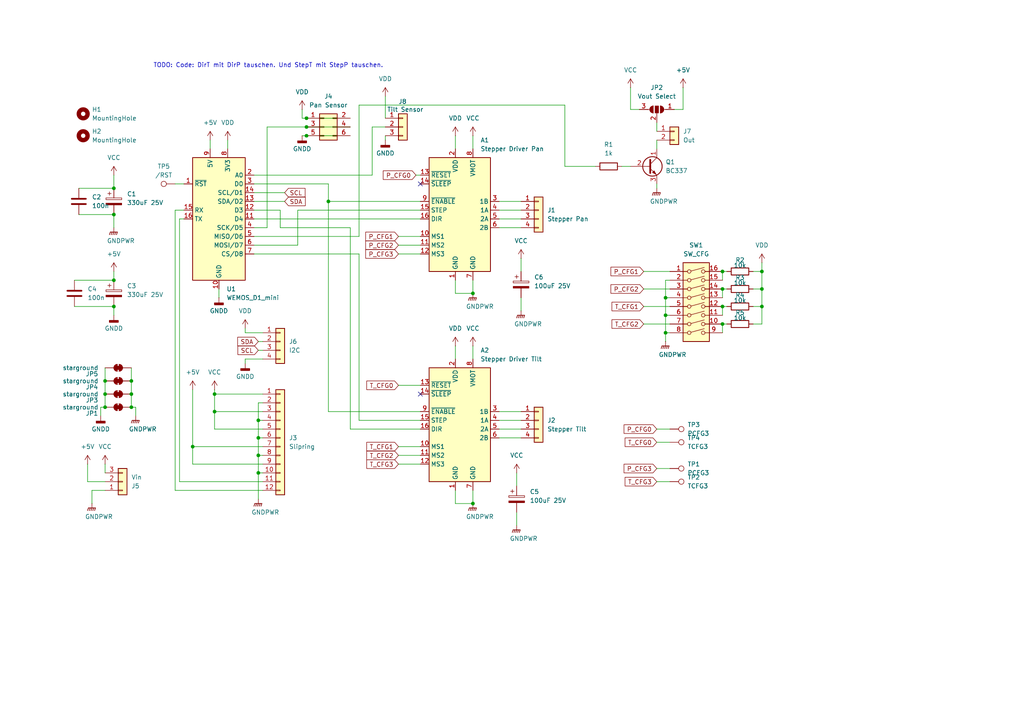
<source format=kicad_sch>
(kicad_sch (version 20231120) (generator "eeschema") (generator_version "8.0")
  (paper "A4")
  (lib_symbols
    (symbol "Connector:TestPoint" (pin_numbers hide) (pin_names (offset 0.762) hide)
      (property "Reference" "TP" (at 0 6.858 0))
      (property "Value" "TestPoint" (at 0 5.08 0))
      (symbol "TestPoint_0_1"
        (circle (center 0 3.302) (radius 0.762))
      )
      (symbol "TestPoint_1_1"
        (pin passive line (at 0 0 90) (length 2.54) (name "1") (number "1"))
      )
    )
    (symbol "Connector_Generic:Conn_01x02" (pin_names (offset 1.016) hide)
      (property "Reference" "J" (at 0 2.54 0))
      (property "Value" "Conn_01x02" (at 0 -5.08 0))
      (symbol "Conn_01x02_1_1"
        (rectangle (start -1.27 -2.413) (end 0 -2.667) (stroke (width 0.1524)))
        (rectangle (start -1.27 0.127) (end 0 -0.127) (stroke (width 0.1524)))
        (rectangle (start -1.27 1.27) (end 1.27 -3.81) (stroke (width 0.254)) (fill (type background)))
        (pin passive line (at -5.08 0 0) (length 3.81) (name "Pin_1") (number "1"))
        (pin passive line (at -5.08 -2.54 0) (length 3.81) (name "Pin_2") (number "2"))
      )
    )
    (symbol "Connector_Generic:Conn_01x03" (pin_names (offset 1.016) hide)
      (property "Reference" "J" (at 0 5.08 0))
      (property "Value" "Conn_01x03" (at 0 -5.08 0))
      (symbol "Conn_01x03_1_1"
        (rectangle (start -1.27 -2.413) (end 0 -2.667) (stroke (width 0.1524)))
        (rectangle (start -1.27 0.127) (end 0 -0.127) (stroke (width 0.1524)))
        (rectangle (start -1.27 2.667) (end 0 2.413) (stroke (width 0.1524)))
        (rectangle (start -1.27 3.81) (end 1.27 -3.81) (stroke (width 0.254)) (fill (type background)))
        (pin passive line (at -5.08 2.54 0) (length 3.81) (name "Pin_1") (number "1"))
        (pin passive line (at -5.08 0 0) (length 3.81) (name "Pin_2") (number "2"))
        (pin passive line (at -5.08 -2.54 0) (length 3.81) (name "Pin_3") (number "3"))
      )
    )
    (symbol "Connector_Generic:Conn_01x04" (pin_names (offset 1.016) hide)
      (property "Reference" "J" (at 0 5.08 0))
      (property "Value" "Conn_01x04" (at 0 -7.62 0))
      (symbol "Conn_01x04_1_1"
        (rectangle (start -1.27 -4.953) (end 0 -5.207) (stroke (width 0.1524)))
        (rectangle (start -1.27 -2.413) (end 0 -2.667) (stroke (width 0.1524)))
        (rectangle (start -1.27 0.127) (end 0 -0.127) (stroke (width 0.1524)))
        (rectangle (start -1.27 2.667) (end 0 2.413) (stroke (width 0.1524)))
        (rectangle (start -1.27 3.81) (end 1.27 -6.35) (stroke (width 0.254)) (fill (type background)))
        (pin passive line (at -5.08 2.54 0) (length 3.81) (name "Pin_1") (number "1"))
        (pin passive line (at -5.08 0 0) (length 3.81) (name "Pin_2") (number "2"))
        (pin passive line (at -5.08 -2.54 0) (length 3.81) (name "Pin_3") (number "3"))
        (pin passive line (at -5.08 -5.08 0) (length 3.81) (name "Pin_4") (number "4"))
      )
    )
    (symbol "Connector_Generic:Conn_01x12" (pin_names (offset 1.016) hide)
      (property "Reference" "J" (at 0 15.24 0))
      (property "Value" "Conn_01x12" (at 0 -17.78 0))
      (symbol "Conn_01x12_1_1"
        (rectangle (start -1.27 -15.113) (end 0 -15.367) (stroke (width 0.1524)))
        (rectangle (start -1.27 -12.573) (end 0 -12.827) (stroke (width 0.1524)))
        (rectangle (start -1.27 -10.033) (end 0 -10.287) (stroke (width 0.1524)))
        (rectangle (start -1.27 -7.493) (end 0 -7.747) (stroke (width 0.1524)))
        (rectangle (start -1.27 -4.953) (end 0 -5.207) (stroke (width 0.1524)))
        (rectangle (start -1.27 -2.413) (end 0 -2.667) (stroke (width 0.1524)))
        (rectangle (start -1.27 0.127) (end 0 -0.127) (stroke (width 0.1524)))
        (rectangle (start -1.27 2.667) (end 0 2.413) (stroke (width 0.1524)))
        (rectangle (start -1.27 5.207) (end 0 4.953) (stroke (width 0.1524)))
        (rectangle (start -1.27 7.747) (end 0 7.493) (stroke (width 0.1524)))
        (rectangle (start -1.27 10.287) (end 0 10.033) (stroke (width 0.1524)))
        (rectangle (start -1.27 12.827) (end 0 12.573) (stroke (width 0.1524)))
        (rectangle (start -1.27 13.97) (end 1.27 -16.51) (stroke (width 0.254)) (fill (type background)))
        (pin passive line (at -5.08 12.7 0) (length 3.81) (name "Pin_1") (number "1"))
        (pin passive line (at -5.08 -10.16 0) (length 3.81) (name "Pin_10") (number "10"))
        (pin passive line (at -5.08 -12.7 0) (length 3.81) (name "Pin_11") (number "11"))
        (pin passive line (at -5.08 -15.24 0) (length 3.81) (name "Pin_12") (number "12"))
        (pin passive line (at -5.08 10.16 0) (length 3.81) (name "Pin_2") (number "2"))
        (pin passive line (at -5.08 7.62 0) (length 3.81) (name "Pin_3") (number "3"))
        (pin passive line (at -5.08 5.08 0) (length 3.81) (name "Pin_4") (number "4"))
        (pin passive line (at -5.08 2.54 0) (length 3.81) (name "Pin_5") (number "5"))
        (pin passive line (at -5.08 0 0) (length 3.81) (name "Pin_6") (number "6"))
        (pin passive line (at -5.08 -2.54 0) (length 3.81) (name "Pin_7") (number "7"))
        (pin passive line (at -5.08 -5.08 0) (length 3.81) (name "Pin_8") (number "8"))
        (pin passive line (at -5.08 -7.62 0) (length 3.81) (name "Pin_9") (number "9"))
      )
    )
    (symbol "Connector_Generic:Conn_02x03_Odd_Even" (pin_names (offset 1.016) hide)
      (property "Reference" "J" (at 1.27 5.08 0))
      (property "Value" "Conn_02x03_Odd_Even" (at 1.27 -5.08 0))
      (symbol "Conn_02x03_Odd_Even_1_1"
        (rectangle (start -1.27 -2.413) (end 0 -2.667) (stroke (width 0.1524)))
        (rectangle (start -1.27 0.127) (end 0 -0.127) (stroke (width 0.1524)))
        (rectangle (start -1.27 2.667) (end 0 2.413) (stroke (width 0.1524)))
        (rectangle (start -1.27 3.81) (end 3.81 -3.81) (stroke (width 0.254)) (fill (type background)))
        (rectangle (start 3.81 -2.413) (end 2.54 -2.667) (stroke (width 0.1524)))
        (rectangle (start 3.81 0.127) (end 2.54 -0.127) (stroke (width 0.1524)))
        (rectangle (start 3.81 2.667) (end 2.54 2.413) (stroke (width 0.1524)))
        (pin passive line (at -5.08 2.54 0) (length 3.81) (name "Pin_1") (number "1"))
        (pin passive line (at 7.62 2.54 180) (length 3.81) (name "Pin_2") (number "2"))
        (pin passive line (at -5.08 0 0) (length 3.81) (name "Pin_3") (number "3"))
        (pin passive line (at 7.62 0 180) (length 3.81) (name "Pin_4") (number "4"))
        (pin passive line (at -5.08 -2.54 0) (length 3.81) (name "Pin_5") (number "5"))
        (pin passive line (at 7.62 -2.54 180) (length 3.81) (name "Pin_6") (number "6"))
      )
    )
    (symbol "Device:C" (pin_numbers hide) (pin_names (offset 0.254))
      (property "Reference" "C" (at 0.635 2.54 0))
      (property "Value" "C" (at 0.635 -2.54 0))
      (symbol "C_0_1"
        (polyline (pts (xy -2.032 -0.762) (xy 2.032 -0.762)) (stroke (width 0.508)))
        (polyline (pts (xy -2.032 0.762) (xy 2.032 0.762)) (stroke (width 0.508)))
      )
      (symbol "C_1_1"
        (pin passive line (at 0 3.81 270) (length 2.794) (name "~") (number "1"))
        (pin passive line (at 0 -3.81 90) (length 2.794) (name "~") (number "2"))
      )
    )
    (symbol "Device:C_Polarized" (pin_numbers hide) (pin_names (offset 0.254))
      (property "Reference" "C" (at 0.635 2.54 0))
      (property "Value" "C_Polarized" (at 0.635 -2.54 0))
      (symbol "C_Polarized_0_1"
        (rectangle (start -2.286 0.508) (end 2.286 1.016))
        (polyline (pts (xy -1.778 2.286) (xy -0.762 2.286)))
        (polyline (pts (xy -1.27 2.794) (xy -1.27 1.778)))
        (rectangle (start 2.286 -0.508) (end -2.286 -1.016) (fill (type outline)))
      )
      (symbol "C_Polarized_1_1"
        (pin passive line (at 0 3.81 270) (length 2.794) (name "~") (number "1"))
        (pin passive line (at 0 -3.81 90) (length 2.794) (name "~") (number "2"))
      )
    )
    (symbol "Device:R" (pin_numbers hide) (pin_names (offset 0))
      (property "Reference" "R" (at 2.032 0 90))
      (property "Value" "R" (at 0 0 90))
      (symbol "R_0_1"
        (rectangle (start -1.016 -2.54) (end 1.016 2.54) (stroke (width 0.254)))
      )
      (symbol "R_1_1"
        (pin passive line (at 0 3.81 270) (length 1.27) (name "~") (number "1"))
        (pin passive line (at 0 -3.81 90) (length 1.27) (name "~") (number "2"))
      )
    )
    (symbol "Driver_Motor:Pololu_Breakout_A4988"
      (property "Reference" "A" (at -2.54 19.05 0))
      (property "Value" "Pololu_Breakout_A4988" (at -2.54 16.51 0))
      (symbol "Pololu_Breakout_A4988_0_1"
        (rectangle (start 10.16 -17.78) (end -7.62 15.24) (stroke (width 0.254)) (fill (type background)))
      )
      (symbol "Pololu_Breakout_A4988_1_1"
        (pin power_in line (at 0 -20.32 90) (length 2.54) (name "GND") (number "1"))
        (pin input line (at -10.16 -7.62 0) (length 2.54) (name "MS1") (number "10"))
        (pin input line (at -10.16 -10.16 0) (length 2.54) (name "MS2") (number "11"))
        (pin input line (at -10.16 -12.7 0) (length 2.54) (name "MS3") (number "12"))
        (pin input line (at -10.16 10.16 0) (length 2.54) (name "~{RESET}") (number "13"))
        (pin input line (at -10.16 7.62 0) (length 2.54) (name "~{SLEEP}") (number "14"))
        (pin input line (at -10.16 0 0) (length 2.54) (name "STEP") (number "15"))
        (pin input line (at -10.16 -2.54 0) (length 2.54) (name "DIR") (number "16"))
        (pin power_in line (at 0 17.78 270) (length 2.54) (name "VDD") (number "2"))
        (pin output line (at 12.7 2.54 180) (length 2.54) (name "1B") (number "3"))
        (pin output line (at 12.7 0 180) (length 2.54) (name "1A") (number "4"))
        (pin output line (at 12.7 -2.54 180) (length 2.54) (name "2A") (number "5"))
        (pin output line (at 12.7 -5.08 180) (length 2.54) (name "2B") (number "6"))
        (pin power_in line (at 5.08 -20.32 90) (length 2.54) (name "GND") (number "7"))
        (pin power_in line (at 5.08 17.78 270) (length 2.54) (name "VMOT") (number "8"))
        (pin input line (at -10.16 2.54 0) (length 2.54) (name "~{ENABLE}") (number "9"))
      )
    )
    (symbol "Jumper:SolderJumper_2_Bridged" (pin_numbers hide) (pin_names (offset 0) hide) (exclude_from_sim yes) (in_bom no)
      (property "Reference" "JP" (at 0 2.032 0))
      (property "Value" "SolderJumper_2_Bridged" (at 0 -2.54 0))
      (symbol "SolderJumper_2_Bridged_0_1"
        (rectangle (start -0.508 0.508) (end 0.508 -0.508) (fill (type outline)))
        (arc (start -0.254 1.016) (mid -1.2656 0) (end -0.254 -1.016))
        (arc (start -0.254 1.016) (mid -1.2656 0) (end -0.254 -1.016) (fill (type outline)))
        (polyline (pts (xy -0.254 1.016) (xy -0.254 -1.016)))
        (polyline (pts (xy 0.254 1.016) (xy 0.254 -1.016)))
        (arc (start 0.254 -1.016) (mid 1.2656 0) (end 0.254 1.016))
        (arc (start 0.254 -1.016) (mid 1.2656 0) (end 0.254 1.016) (fill (type outline)))
      )
      (symbol "SolderJumper_2_Bridged_1_1"
        (pin passive line (at -3.81 0 0) (length 2.54) (name "A") (number "1"))
        (pin passive line (at 3.81 0 180) (length 2.54) (name "B") (number "2"))
      )
    )
    (symbol "Jumper:SolderJumper_3_Open" (pin_names (offset 0) hide) (exclude_from_sim yes) (in_bom no)
      (property "Reference" "JP" (at -2.54 -2.54 0))
      (property "Value" "SolderJumper_3_Open" (at 0 2.794 0))
      (symbol "SolderJumper_3_Open_0_1"
        (arc (start -1.016 1.016) (mid -2.0276 0) (end -1.016 -1.016))
        (arc (start -1.016 1.016) (mid -2.0276 0) (end -1.016 -1.016) (fill (type outline)))
        (rectangle (start -0.508 1.016) (end 0.508 -1.016) (fill (type outline)))
        (polyline (pts (xy -2.54 0) (xy -2.032 0)))
        (polyline (pts (xy -1.016 1.016) (xy -1.016 -1.016)))
        (polyline (pts (xy 0 -1.27) (xy 0 -1.016)))
        (polyline (pts (xy 1.016 1.016) (xy 1.016 -1.016)))
        (polyline (pts (xy 2.54 0) (xy 2.032 0)))
        (arc (start 1.016 -1.016) (mid 2.0276 0) (end 1.016 1.016))
        (arc (start 1.016 -1.016) (mid 2.0276 0) (end 1.016 1.016) (fill (type outline)))
      )
      (symbol "SolderJumper_3_Open_1_1"
        (pin passive line (at -5.08 0 0) (length 2.54) (name "A") (number "1"))
        (pin passive line (at 0 -3.81 90) (length 2.54) (name "C") (number "2"))
        (pin passive line (at 5.08 0 180) (length 2.54) (name "B") (number "3"))
      )
    )
    (symbol "Mechanical:MountingHole" (pin_names (offset 1.016)) (exclude_from_sim yes) (in_bom no)
      (property "Reference" "H" (at 0 5.08 0))
      (property "Value" "MountingHole" (at 0 3.175 0))
      (symbol "MountingHole_0_1"
        (circle (center 0 0) (radius 1.27) (stroke (width 1.27)))
      )
    )
    (symbol "RF_Module:WEMOS_D1_mini"
      (property "Reference" "U" (at 3.81 19.05 0))
      (property "Value" "WEMOS_D1_mini" (at 1.27 -19.05 0))
      (symbol "WEMOS_D1_mini_1_1"
        (rectangle (start -7.62 17.78) (end 7.62 -17.78) (stroke (width 0.254)) (fill (type background)))
        (pin input line (at -10.16 10.16 0) (length 2.54) (name "~{RST}") (number "1"))
        (pin power_in line (at 0 -20.32 90) (length 2.54) (name "GND") (number "10"))
        (pin bidirectional line (at 10.16 0 180) (length 2.54) (name "D4") (number "11"))
        (pin bidirectional line (at 10.16 2.54 180) (length 2.54) (name "D3") (number "12"))
        (pin bidirectional line (at 10.16 5.08 180) (length 2.54) (name "SDA/D2") (number "13"))
        (pin bidirectional line (at 10.16 7.62 180) (length 2.54) (name "SCL/D1") (number "14"))
        (pin input line (at -10.16 2.54 0) (length 2.54) (name "RX") (number "15"))
        (pin output line (at -10.16 0 0) (length 2.54) (name "TX") (number "16"))
        (pin input line (at 10.16 12.7 180) (length 2.54) (name "A0") (number "2"))
        (pin bidirectional line (at 10.16 10.16 180) (length 2.54) (name "D0") (number "3"))
        (pin bidirectional line (at 10.16 -2.54 180) (length 2.54) (name "SCK/D5") (number "4"))
        (pin bidirectional line (at 10.16 -5.08 180) (length 2.54) (name "MISO/D6") (number "5"))
        (pin bidirectional line (at 10.16 -7.62 180) (length 2.54) (name "MOSI/D7") (number "6"))
        (pin bidirectional line (at 10.16 -10.16 180) (length 2.54) (name "CS/D8") (number "7"))
        (pin power_out line (at 2.54 20.32 270) (length 2.54) (name "3V3") (number "8"))
        (pin power_in line (at -2.54 20.32 270) (length 2.54) (name "5V") (number "9"))
      )
    )
    (symbol "Switch:SW_DIP_x08" (pin_names (offset 0) hide)
      (property "Reference" "SW" (at 0 13.97 0))
      (property "Value" "SW_DIP_x08" (at 0 -11.43 0))
      (symbol "SW_DIP_x08_0_0"
        (circle (center -2.032 -7.62) (radius 0.508))
        (circle (center -2.032 -5.08) (radius 0.508))
        (circle (center -2.032 -2.54) (radius 0.508))
        (circle (center -2.032 0) (radius 0.508))
        (circle (center -2.032 2.54) (radius 0.508))
        (circle (center -2.032 5.08) (radius 0.508))
        (circle (center -2.032 7.62) (radius 0.508))
        (circle (center -2.032 10.16) (radius 0.508))
        (polyline (pts (xy -1.524 -7.4676) (xy 2.3622 -6.4262)))
        (polyline (pts (xy -1.524 -4.9276) (xy 2.3622 -3.8862)))
        (polyline (pts (xy -1.524 -2.3876) (xy 2.3622 -1.3462)))
        (polyline (pts (xy -1.524 0.127) (xy 2.3622 1.1684)))
        (polyline (pts (xy -1.524 2.667) (xy 2.3622 3.7084)))
        (polyline (pts (xy -1.524 5.207) (xy 2.3622 6.2484)))
        (polyline (pts (xy -1.524 7.747) (xy 2.3622 8.7884)))
        (polyline (pts (xy -1.524 10.287) (xy 2.3622 11.3284)))
        (circle (center 2.032 -7.62) (radius 0.508))
        (circle (center 2.032 -5.08) (radius 0.508))
        (circle (center 2.032 -2.54) (radius 0.508))
        (circle (center 2.032 0) (radius 0.508))
        (circle (center 2.032 2.54) (radius 0.508))
        (circle (center 2.032 5.08) (radius 0.508))
        (circle (center 2.032 7.62) (radius 0.508))
        (circle (center 2.032 10.16) (radius 0.508))
      )
      (symbol "SW_DIP_x08_0_1"
        (rectangle (start -3.81 12.7) (end 3.81 -10.16) (stroke (width 0.254)) (fill (type background)))
      )
      (symbol "SW_DIP_x08_1_1"
        (pin passive line (at -7.62 10.16 0) (length 5.08) (name "~") (number "1"))
        (pin passive line (at 7.62 -5.08 180) (length 5.08) (name "~") (number "10"))
        (pin passive line (at 7.62 -2.54 180) (length 5.08) (name "~") (number "11"))
        (pin passive line (at 7.62 0 180) (length 5.08) (name "~") (number "12"))
        (pin passive line (at 7.62 2.54 180) (length 5.08) (name "~") (number "13"))
        (pin passive line (at 7.62 5.08 180) (length 5.08) (name "~") (number "14"))
        (pin passive line (at 7.62 7.62 180) (length 5.08) (name "~") (number "15"))
        (pin passive line (at 7.62 10.16 180) (length 5.08) (name "~") (number "16"))
        (pin passive line (at -7.62 7.62 0) (length 5.08) (name "~") (number "2"))
        (pin passive line (at -7.62 5.08 0) (length 5.08) (name "~") (number "3"))
        (pin passive line (at -7.62 2.54 0) (length 5.08) (name "~") (number "4"))
        (pin passive line (at -7.62 0 0) (length 5.08) (name "~") (number "5"))
        (pin passive line (at -7.62 -2.54 0) (length 5.08) (name "~") (number "6"))
        (pin passive line (at -7.62 -5.08 0) (length 5.08) (name "~") (number "7"))
        (pin passive line (at -7.62 -7.62 0) (length 5.08) (name "~") (number "8"))
        (pin passive line (at 7.62 -7.62 180) (length 5.08) (name "~") (number "9"))
      )
    )
    (symbol "Transistor_BJT:BC337" (pin_names (offset 0) hide)
      (property "Reference" "Q" (at 5.08 1.905 0))
      (property "Value" "BC337" (at 5.08 0 0))
      (symbol "BC337_0_1"
        (polyline (pts (xy 0 0) (xy 0.635 0)))
        (polyline (pts (xy 0.635 0.635) (xy 2.54 2.54)))
        (polyline (pts (xy 0.635 -0.635) (xy 2.54 -2.54) (xy 2.54 -2.54)))
        (polyline (pts (xy 0.635 1.905) (xy 0.635 -1.905) (xy 0.635 -1.905)) (stroke (width 0.508)))
        (polyline (pts (xy 1.27 -1.778) (xy 1.778 -1.27) (xy 2.286 -2.286) (xy 1.27 -1.778) (xy 1.27 -1.778)) (fill (type outline)))
        (circle (center 1.27 0) (radius 2.8194) (stroke (width 0.254)))
      )
      (symbol "BC337_1_1"
        (pin passive line (at 2.54 5.08 270) (length 2.54) (name "C") (number "1"))
        (pin input line (at -5.08 0 0) (length 5.08) (name "B") (number "2"))
        (pin passive line (at 2.54 -5.08 90) (length 2.54) (name "E") (number "3"))
      )
    )
    (symbol "power:+5V" (power) (pin_numbers hide) (pin_names (offset 0) hide)
      (property "Value" "+5V" (at 0 3.556 0))
      (symbol "+5V_0_1"
        (polyline (pts (xy -0.762 1.27) (xy 0 2.54)))
        (polyline (pts (xy 0 0) (xy 0 2.54)))
        (polyline (pts (xy 0 2.54) (xy 0.762 1.27)))
      )
      (symbol "+5V_1_1"
        (pin power_in line (at 0 0 90) (length 0) (name "~") (number "1"))
      )
    )
    (symbol "power:GNDD" (power) (pin_numbers hide) (pin_names (offset 0) hide)
      (property "Value" "GNDD" (at 0 -3.175 0))
      (symbol "GNDD_0_1"
        (rectangle (start -1.27 -1.524) (end 1.27 -2.032) (stroke (width 0.254)) (fill (type outline)))
        (polyline (pts (xy 0 0) (xy 0 -1.524)))
      )
      (symbol "GNDD_1_1"
        (pin power_in line (at 0 0 270) (length 0) (name "~") (number "1"))
      )
    )
    (symbol "power:GNDPWR" (power) (pin_numbers hide) (pin_names (offset 0) hide)
      (property "Value" "GNDPWR" (at 0 -3.302 0))
      (symbol "GNDPWR_0_1"
        (polyline (pts (xy 0 -1.27) (xy 0 0)))
        (polyline (pts (xy -1.016 -1.27) (xy -1.27 -2.032) (xy -1.27 -2.032)) (stroke (width 0.2032)))
        (polyline (pts (xy -0.508 -1.27) (xy -0.762 -2.032) (xy -0.762 -2.032)) (stroke (width 0.2032)))
        (polyline (pts (xy 0 -1.27) (xy -0.254 -2.032) (xy -0.254 -2.032)) (stroke (width 0.2032)))
        (polyline (pts (xy 0.508 -1.27) (xy 0.254 -2.032) (xy 0.254 -2.032)) (stroke (width 0.2032)))
        (polyline (pts (xy 1.016 -1.27) (xy -1.016 -1.27) (xy -1.016 -1.27)) (stroke (width 0.2032)))
        (polyline (pts (xy 1.016 -1.27) (xy 0.762 -2.032) (xy 0.762 -2.032) (xy 0.762 -2.032)) (stroke (width 0.2032)))
      )
      (symbol "GNDPWR_1_1"
        (pin power_in line (at 0 0 270) (length 0) (name "~") (number "1"))
      )
    )
    (symbol "power:VCC" (power) (pin_numbers hide) (pin_names (offset 0) hide)
      (property "Value" "VCC" (at 0 3.556 0))
      (symbol "VCC_0_1"
        (polyline (pts (xy -0.762 1.27) (xy 0 2.54)))
        (polyline (pts (xy 0 0) (xy 0 2.54)))
        (polyline (pts (xy 0 2.54) (xy 0.762 1.27)))
      )
      (symbol "VCC_1_1"
        (pin power_in line (at 0 0 90) (length 0) (name "~") (number "1"))
      )
    )
    (symbol "power:VDD" (power) (pin_numbers hide) (pin_names (offset 0) hide)
      (property "Value" "VDD" (at 0 3.556 0))
      (symbol "VDD_0_1"
        (polyline (pts (xy -0.762 1.27) (xy 0 2.54)))
        (polyline (pts (xy 0 0) (xy 0 2.54)))
        (polyline (pts (xy 0 2.54) (xy 0.762 1.27)))
      )
      (symbol "VDD_1_1"
        (pin power_in line (at 0 0 90) (length 0) (name "~") (number "1"))
      )
    )
  )
  (junction (at 62.23 119.38))
  (junction (at 33.02 54.61))
  (junction (at 33.02 81.28))
  (junction (at 193.04 86.36))
  (junction (at 88.9 34.29))
  (junction (at 30.48 114.3))
  (junction (at 209.55 88.9))
  (junction (at 74.93 121.92))
  (junction (at 74.93 127))
  (junction (at 55.88 129.54))
  (junction (at 220.98 88.9))
  (junction (at 209.55 93.98))
  (junction (at 30.48 110.49))
  (junction (at 38.1 118.11))
  (junction (at 95.25 58.42))
  (junction (at 62.23 114.3))
  (junction (at 209.55 78.74))
  (junction (at 88.9 36.83))
  (junction (at 74.93 137.16))
  (junction (at 137.16 85.09))
  (junction (at 38.1 114.3))
  (junction (at 220.98 78.74))
  (junction (at 74.93 132.08))
  (junction (at 88.9 39.37))
  (junction (at 193.04 96.52))
  (junction (at 38.1 110.49))
  (junction (at 137.16 146.05))
  (junction (at 209.55 83.82))
  (junction (at 220.98 83.82))
  (junction (at 33.02 88.9))
  (junction (at 33.02 62.23))
  (junction (at 30.48 118.11))
  (junction (at 193.04 91.44))
  (no_connect (at 121.92 53.34))
  (no_connect (at 121.92 114.3))
  (wire (pts (xy 132.08 100.33) (xy 132.08 104.14)))
  (wire (pts (xy 62.23 113.03) (xy 62.23 114.3)))
  (wire (pts (xy 209.55 78.74) (xy 210.82 78.74)))
  (wire (pts (xy 115.57 111.76) (xy 121.92 111.76)))
  (wire (pts (xy 30.48 114.3) (xy 30.48 118.11)))
  (wire (pts (xy 190.5 53.34) (xy 190.5 54.61)))
  (wire (pts (xy 74.93 116.84) (xy 74.93 121.92)))
  (wire (pts (xy 73.66 71.12) (xy 86.36 71.12)))
  (wire (pts (xy 121.92 60.96) (xy 86.36 60.96)))
  (wire (pts (xy 115.57 129.54) (xy 121.92 129.54)))
  (wire (pts (xy 144.78 119.38) (xy 151.13 119.38)))
  (wire (pts (xy 144.78 60.96) (xy 151.13 60.96)))
  (wire (pts (xy 190.5 35.56) (xy 190.5 38.1)))
  (wire (pts (xy 137.16 100.33) (xy 137.16 104.14)))
  (wire (pts (xy 77.47 66.04) (xy 77.47 36.83)))
  (wire (pts (xy 186.69 93.98) (xy 194.31 93.98)))
  (wire (pts (xy 73.66 73.66) (xy 104.14 73.66)))
  (wire (pts (xy 193.04 86.36) (xy 194.31 86.36)))
  (wire (pts (xy 132.08 81.28) (xy 132.08 85.09)))
  (wire (pts (xy 218.44 88.9) (xy 220.98 88.9)))
  (wire (pts (xy 29.21 118.11) (xy 30.48 118.11)))
  (wire (pts (xy 115.57 73.66) (xy 121.92 73.66)))
  (wire (pts (xy 74.93 137.16) (xy 76.2 137.16)))
  (wire (pts (xy 30.48 110.49) (xy 30.48 114.3)))
  (wire (pts (xy 74.93 101.6) (xy 76.2 101.6)))
  (wire (pts (xy 104.14 30.48) (xy 104.14 68.58)))
  (wire (pts (xy 137.16 142.24) (xy 137.16 146.05)))
  (wire (pts (xy 22.86 62.23) (xy 33.02 62.23)))
  (wire (pts (xy 144.78 66.04) (xy 151.13 66.04)))
  (wire (pts (xy 30.48 106.68) (xy 30.48 110.49)))
  (wire (pts (xy 76.2 96.52) (xy 71.12 96.52)))
  (wire (pts (xy 73.66 53.34) (xy 95.25 53.34)))
  (wire (pts (xy 209.55 93.98) (xy 210.82 93.98)))
  (wire (pts (xy 38.1 106.68) (xy 38.1 110.49)))
  (wire (pts (xy 38.1 110.49) (xy 38.1 114.3)))
  (wire (pts (xy 190.5 40.64) (xy 190.5 43.18)))
  (wire (pts (xy 144.78 127) (xy 151.13 127)))
  (wire (pts (xy 81.28 60.96) (xy 73.66 60.96)))
  (wire (pts (xy 74.93 132.08) (xy 76.2 132.08)))
  (wire (pts (xy 209.55 88.9) (xy 210.82 88.9)))
  (wire (pts (xy 52.07 63.5) (xy 52.07 139.7)))
  (wire (pts (xy 25.4 139.7) (xy 25.4 134.62)))
  (wire (pts (xy 88.9 39.37) (xy 101.6 39.37)))
  (wire (pts (xy 186.69 78.74) (xy 194.31 78.74)))
  (wire (pts (xy 209.55 93.98) (xy 209.55 96.52)))
  (wire (pts (xy 107.95 36.83) (xy 107.95 50.8)))
  (wire (pts (xy 76.2 116.84) (xy 74.93 116.84)))
  (wire (pts (xy 195.58 31.75) (xy 198.12 31.75)))
  (wire (pts (xy 62.23 114.3) (xy 76.2 114.3)))
  (wire (pts (xy 101.6 124.46) (xy 101.6 66.04)))
  (wire (pts (xy 104.14 68.58) (xy 73.66 68.58)))
  (wire (pts (xy 132.08 146.05) (xy 137.16 146.05)))
  (wire (pts (xy 137.16 81.28) (xy 137.16 85.09)))
  (wire (pts (xy 193.04 91.44) (xy 193.04 86.36)))
  (wire (pts (xy 95.25 58.42) (xy 121.92 58.42)))
  (wire (pts (xy 30.48 134.62) (xy 30.48 137.16)))
  (wire (pts (xy 193.04 99.06) (xy 193.04 96.52)))
  (wire (pts (xy 55.88 113.03) (xy 55.88 129.54)))
  (wire (pts (xy 218.44 83.82) (xy 220.98 83.82)))
  (wire (pts (xy 87.63 34.29) (xy 88.9 34.29)))
  (wire (pts (xy 33.02 78.74) (xy 33.02 81.28)))
  (wire (pts (xy 53.34 63.5) (xy 52.07 63.5)))
  (wire (pts (xy 144.78 121.92) (xy 151.13 121.92)))
  (wire (pts (xy 163.83 30.48) (xy 104.14 30.48)))
  (wire (pts (xy 209.55 78.74) (xy 209.55 81.28)))
  (wire (pts (xy 95.25 53.34) (xy 95.25 58.42)))
  (wire (pts (xy 50.8 53.34) (xy 53.34 53.34)))
  (wire (pts (xy 71.12 96.52) (xy 71.12 95.25)))
  (wire (pts (xy 74.93 132.08) (xy 74.93 137.16)))
  (wire (pts (xy 198.12 31.75) (xy 198.12 25.4)))
  (wire (pts (xy 76.2 104.14) (xy 71.12 104.14)))
  (wire (pts (xy 190.5 124.46) (xy 194.31 124.46)))
  (wire (pts (xy 87.63 31.75) (xy 87.63 34.29)))
  (wire (pts (xy 132.08 142.24) (xy 132.08 146.05)))
  (wire (pts (xy 115.57 71.12) (xy 121.92 71.12)))
  (wire (pts (xy 30.48 139.7) (xy 25.4 139.7)))
  (wire (pts (xy 39.37 118.11) (xy 39.37 120.65)))
  (wire (pts (xy 74.93 99.06) (xy 76.2 99.06)))
  (wire (pts (xy 111.76 39.37) (xy 111.76 40.64)))
  (wire (pts (xy 151.13 74.93) (xy 151.13 78.74)))
  (wire (pts (xy 55.88 129.54) (xy 76.2 129.54)))
  (wire (pts (xy 33.02 88.9) (xy 33.02 91.44)))
  (wire (pts (xy 86.36 71.12) (xy 86.36 60.96)))
  (wire (pts (xy 33.02 62.23) (xy 33.02 66.04)))
  (wire (pts (xy 132.08 39.37) (xy 132.08 43.18)))
  (wire (pts (xy 38.1 114.3) (xy 38.1 118.11)))
  (wire (pts (xy 193.04 91.44) (xy 194.31 91.44)))
  (wire (pts (xy 76.2 124.46) (xy 62.23 124.46)))
  (wire (pts (xy 193.04 96.52) (xy 193.04 91.44)))
  (wire (pts (xy 121.92 124.46) (xy 101.6 124.46)))
  (wire (pts (xy 71.12 104.14) (xy 71.12 105.41)))
  (wire (pts (xy 55.88 134.62) (xy 76.2 134.62)))
  (wire (pts (xy 22.86 54.61) (xy 33.02 54.61)))
  (wire (pts (xy 172.72 48.26) (xy 163.83 48.26)))
  (wire (pts (xy 38.1 118.11) (xy 39.37 118.11)))
  (wire (pts (xy 137.16 39.37) (xy 137.16 43.18)))
  (wire (pts (xy 104.14 73.66) (xy 104.14 121.92)))
  (wire (pts (xy 29.21 120.65) (xy 29.21 118.11)))
  (wire (pts (xy 104.14 121.92) (xy 121.92 121.92)))
  (wire (pts (xy 87.63 39.37) (xy 88.9 39.37)))
  (wire (pts (xy 95.25 119.38) (xy 95.25 58.42)))
  (wire (pts (xy 220.98 76.2) (xy 220.98 78.74)))
  (wire (pts (xy 73.66 58.42) (xy 82.55 58.42)))
  (wire (pts (xy 151.13 86.36) (xy 151.13 90.17)))
  (wire (pts (xy 111.76 36.83) (xy 107.95 36.83)))
  (wire (pts (xy 209.55 83.82) (xy 210.82 83.82)))
  (wire (pts (xy 50.8 60.96) (xy 53.34 60.96)))
  (wire (pts (xy 209.55 88.9) (xy 209.55 91.44)))
  (wire (pts (xy 149.86 148.59) (xy 149.86 152.4)))
  (wire (pts (xy 220.98 78.74) (xy 220.98 83.82)))
  (wire (pts (xy 115.57 134.62) (xy 121.92 134.62)))
  (wire (pts (xy 186.69 83.82) (xy 194.31 83.82)))
  (wire (pts (xy 190.5 128.27) (xy 194.31 128.27)))
  (wire (pts (xy 163.83 48.26) (xy 163.83 30.48)))
  (wire (pts (xy 66.04 40.64) (xy 66.04 43.18)))
  (wire (pts (xy 30.48 142.24) (xy 26.67 142.24)))
  (wire (pts (xy 74.93 121.92) (xy 76.2 121.92)))
  (wire (pts (xy 88.9 36.83) (xy 101.6 36.83)))
  (wire (pts (xy 144.78 63.5) (xy 151.13 63.5)))
  (wire (pts (xy 81.28 66.04) (xy 81.28 60.96)))
  (wire (pts (xy 193.04 81.28) (xy 194.31 81.28)))
  (wire (pts (xy 95.25 119.38) (xy 121.92 119.38)))
  (wire (pts (xy 55.88 129.54) (xy 55.88 134.62)))
  (wire (pts (xy 52.07 139.7) (xy 76.2 139.7)))
  (wire (pts (xy 62.23 124.46) (xy 62.23 119.38)))
  (wire (pts (xy 120.65 50.8) (xy 121.92 50.8)))
  (wire (pts (xy 209.55 83.82) (xy 209.55 86.36)))
  (wire (pts (xy 63.5 83.82) (xy 63.5 86.36)))
  (wire (pts (xy 180.34 48.26) (xy 182.88 48.26)))
  (wire (pts (xy 182.88 31.75) (xy 185.42 31.75)))
  (wire (pts (xy 220.98 88.9) (xy 220.98 93.98)))
  (wire (pts (xy 74.93 137.16) (xy 74.93 144.78)))
  (wire (pts (xy 50.8 142.24) (xy 50.8 60.96)))
  (wire (pts (xy 73.66 55.88) (xy 82.55 55.88)))
  (wire (pts (xy 21.59 88.9) (xy 33.02 88.9)))
  (wire (pts (xy 74.93 127) (xy 74.93 132.08)))
  (wire (pts (xy 186.69 88.9) (xy 194.31 88.9)))
  (wire (pts (xy 62.23 119.38) (xy 62.23 114.3)))
  (wire (pts (xy 193.04 96.52) (xy 194.31 96.52)))
  (wire (pts (xy 33.02 50.8) (xy 33.02 54.61)))
  (wire (pts (xy 220.98 83.82) (xy 220.98 88.9)))
  (wire (pts (xy 77.47 36.83) (xy 88.9 36.83)))
  (wire (pts (xy 190.5 135.89) (xy 194.31 135.89)))
  (wire (pts (xy 115.57 68.58) (xy 121.92 68.58)))
  (wire (pts (xy 220.98 93.98) (xy 218.44 93.98)))
  (wire (pts (xy 149.86 137.16) (xy 149.86 140.97)))
  (wire (pts (xy 74.93 127) (xy 76.2 127)))
  (wire (pts (xy 73.66 50.8) (xy 107.95 50.8)))
  (wire (pts (xy 144.78 58.42) (xy 151.13 58.42)))
  (wire (pts (xy 88.9 34.29) (xy 101.6 34.29)))
  (wire (pts (xy 60.96 40.64) (xy 60.96 43.18)))
  (wire (pts (xy 62.23 119.38) (xy 76.2 119.38)))
  (wire (pts (xy 111.76 27.94) (xy 111.76 34.29)))
  (wire (pts (xy 76.2 142.24) (xy 50.8 142.24)))
  (wire (pts (xy 74.93 121.92) (xy 74.93 127)))
  (wire (pts (xy 190.5 139.7) (xy 194.31 139.7)))
  (wire (pts (xy 193.04 86.36) (xy 193.04 81.28)))
  (wire (pts (xy 73.66 63.5) (xy 121.92 63.5)))
  (wire (pts (xy 132.08 85.09) (xy 137.16 85.09)))
  (wire (pts (xy 21.59 81.28) (xy 33.02 81.28)))
  (wire (pts (xy 115.57 132.08) (xy 121.92 132.08)))
  (wire (pts (xy 26.67 142.24) (xy 26.67 146.05)))
  (wire (pts (xy 182.88 25.4) (xy 182.88 31.75)))
  (wire (pts (xy 144.78 124.46) (xy 151.13 124.46)))
  (wire (pts (xy 73.66 66.04) (xy 77.47 66.04)))
  (wire (pts (xy 218.44 78.74) (xy 220.98 78.74)))
  (wire (pts (xy 101.6 66.04) (xy 81.28 66.04)))
  (text "TODO: Code: DirT mit DirP tauschen. Und StepT mit StepP tauschen." (at 44.45 19.05 0) (effects (font (size 1.27 1.27)) (justify left)))
  (global_label "P_CFG3" (shape input) (at 190.5 135.89 180) (property "Intersheetrefs" "${INTERSHEET_REFS}" (effects (hide yes))))
  (global_label "P_CFG1" (shape input) (at 115.57 68.58 180) (property "Intersheetrefs" "${INTERSHEET_REFS}" (effects (hide yes))))
  (global_label "P_CFG3" (shape input) (at 115.57 73.66 180) (property "Intersheetrefs" "${INTERSHEET_REFS}" (effects (hide yes))))
  (global_label "T_CFG2" (shape input) (at 186.69 93.98 180) (property "Intersheetrefs" "${INTERSHEET_REFS}" (effects (hide yes))))
  (global_label "SCL" (shape input) (at 74.93 101.6 180) (property "Intersheetrefs" "${INTERSHEET_REFS}" (effects (hide yes))))
  (global_label "T_CFG2" (shape input) (at 115.57 132.08 180) (property "Intersheetrefs" "${INTERSHEET_REFS}" (effects (hide yes))))
  (global_label "P_CFG0" (shape input) (at 190.5 124.46 180) (property "Intersheetrefs" "${INTERSHEET_REFS}" (effects (hide yes))))
  (global_label "T_CFG0" (shape input) (at 115.57 111.76 180) (property "Intersheetrefs" "${INTERSHEET_REFS}" (effects (hide yes))))
  (global_label "T_CFG1" (shape input) (at 186.69 88.9 180) (property "Intersheetrefs" "${INTERSHEET_REFS}" (effects (hide yes))))
  (global_label "T_CFG0" (shape input) (at 190.5 128.27 180) (property "Intersheetrefs" "${INTERSHEET_REFS}" (effects (hide yes))))
  (global_label "SCL" (shape input) (at 82.55 55.88 0) (property "Intersheetrefs" "${INTERSHEET_REFS}" (effects (hide yes))))
  (global_label "P_CFG1" (shape input) (at 186.69 78.74 180) (property "Intersheetrefs" "${INTERSHEET_REFS}" (effects (hide yes))))
  (global_label "T_CFG3" (shape input) (at 115.57 134.62 180) (property "Intersheetrefs" "${INTERSHEET_REFS}" (effects (hide yes))))
  (global_label "T_CFG1" (shape input) (at 115.57 129.54 180) (property "Intersheetrefs" "${INTERSHEET_REFS}" (effects (hide yes))))
  (global_label "T_CFG3" (shape input) (at 190.5 139.7 180) (property "Intersheetrefs" "${INTERSHEET_REFS}" (effects (hide yes))))
  (global_label "P_CFG2" (shape input) (at 115.57 71.12 180) (property "Intersheetrefs" "${INTERSHEET_REFS}" (effects (hide yes))))
  (global_label "P_CFG0" (shape input) (at 120.65 50.8 180) (property "Intersheetrefs" "${INTERSHEET_REFS}" (effects (hide yes))))
  (global_label "SDA" (shape input) (at 82.55 58.42 0) (property "Intersheetrefs" "${INTERSHEET_REFS}" (effects (hide yes))))
  (global_label "SDA" (shape input) (at 74.93 99.06 180) (property "Intersheetrefs" "${INTERSHEET_REFS}" (effects (hide yes))))
  (global_label "P_CFG2" (shape input) (at 186.69 83.82 180) (property "Intersheetrefs" "${INTERSHEET_REFS}" (effects (hide yes))))
  (symbol (lib_id "Device:R") (at 214.63 88.9 90) (unit 1)
    (property "Reference" "R4" (at 214.63 85.598 90))
    (property "Value" "10k" (at 214.63 87.122 90))
    (property "Footprint" "Resistor_SMD:R_0805_2012Metric_Pad1.20x1.40mm_HandSolder" (effects (hide yes)))
    (property "Description" "Resistor" (effects (hide yes)))
  )
  (symbol (lib_id "Jumper:SolderJumper_2_Bridged") (at 34.29 106.68 0) (unit 1) (exclude_from_sim yes) (in_bom no)
    (property "Reference" "JP5" (at 26.67 108.458 0))
    (property "Value" "starground" (at 23.368 106.68 0))
    (property "Footprint" "Jumper:SolderJumper-2_P1.3mm_Bridged_Pad1.0x1.5mm" (effects (hide yes)))
    (property "Description" "Solder Jumper, 2-pole, closed/bridged" (effects (hide yes)))
  )
  (symbol (lib_id "power:VDD") (at 132.08 39.37 0) (unit 1)
    (property "Reference" "#PWR06" (effects (hide yes)))
    (property "Value" "VDD" (at 132.08 34.29 0))
    (property "Description" "Power symbol creates a global label with name \"VDD\"" (effects (hide yes)))
  )
  (symbol (lib_id "power:VCC") (at 151.13 74.93 0) (unit 1)
    (property "Reference" "#PWR035" (effects (hide yes)))
    (property "Value" "VCC" (at 151.13 69.85 0))
    (property "Description" "Power symbol creates a global label with name \"VCC\"" (effects (hide yes)))
  )
  (symbol (lib_id "power:GNDPWR") (at 193.04 99.06 0) (unit 1)
    (property "Reference" "#PWR027" (effects (hide yes)))
    (property "Value" "GNDPWR" (at 195.072 102.87 0))
    (property "Description" "Power symbol creates a global label with name \"GNDPWR\" , global ground" (effects (hide yes)))
  )
  (symbol (lib_id "power:GNDPWR") (at 137.16 146.05 0) (unit 1)
    (property "Reference" "#PWR010" (effects (hide yes)))
    (property "Value" "GNDPWR" (at 139.192 149.86 0))
    (property "Description" "Power symbol creates a global label with name \"GNDPWR\" , global ground" (effects (hide yes)))
  )
  (symbol (lib_id "power:GNDD") (at 111.76 40.64 0) (unit 1)
    (property "Reference" "#PWR025" (effects (hide yes)))
    (property "Value" "GNDD" (at 111.76 44.45 0))
    (property "Description" "Power symbol creates a global label with name \"GNDD\" , digital ground" (effects (hide yes)))
  )
  (symbol (lib_id "power:VDD") (at 66.04 40.64 0) (unit 1)
    (property "Reference" "#PWR05" (effects (hide yes)))
    (property "Value" "VDD" (at 66.04 35.56 0))
    (property "Description" "Power symbol creates a global label with name \"VDD\"" (effects (hide yes)))
  )
  (symbol (lib_id "power:VCC") (at 149.86 137.16 0) (unit 1)
    (property "Reference" "#PWR033" (effects (hide yes)))
    (property "Value" "VCC" (at 149.86 132.08 0))
    (property "Description" "Power symbol creates a global label with name \"VCC\"" (effects (hide yes)))
  )
  (symbol (lib_id "Connector_Generic:Conn_01x04") (at 156.21 121.92 0) (unit 1)
    (property "Reference" "J2" (at 158.75 121.9199 0) (effects (justify left)))
    (property "Value" "Stepper Tilt" (at 158.75 124.4599 0) (effects (justify left)))
    (property "Footprint" "Connector_Molex:Molex_PicoBlade_53261-0471_1x04-1MP_P1.25mm_Horizontal" (effects (hide yes)))
    (property "Description" "Generic connector, single row, 01x04, script generated (kicad-library-utils/schlib/autogen/connector/)" (effects (hide yes)))
  )
  (symbol (lib_id "Device:C_Polarized") (at 33.02 58.42 0) (unit 1)
    (property "Reference" "C1" (at 36.83 56.2609 0) (effects (justify left)))
    (property "Value" "330uF 25V" (at 36.83 58.8009 0) (effects (justify left)))
    (property "Footprint" "Capacitor_SMD:CP_Elec_6.3x7.7" (effects (hide yes)))
    (property "Description" "Polarized capacitor" (effects (hide yes)))
  )
  (symbol (lib_id "power:+5V") (at 198.12 25.4 0) (unit 1)
    (property "Reference" "#PWR023" (effects (hide yes)))
    (property "Value" "+5V" (at 198.12 20.32 0))
    (property "Description" "Power symbol creates a global label with name \"+5V\"" (effects (hide yes)))
  )
  (symbol (lib_id "power:GNDD") (at 71.12 105.41 0) (unit 1)
    (property "Reference" "#PWR020" (effects (hide yes)))
    (property "Value" "GNDD" (at 71.12 109.22 0))
    (property "Description" "Power symbol creates a global label with name \"GNDD\" , digital ground" (effects (hide yes)))
  )
  (symbol (lib_id "power:GNDPWR") (at 33.02 66.04 0) (unit 1)
    (property "Reference" "#PWR029" (effects (hide yes)))
    (property "Value" "GNDPWR" (at 35.052 69.85 0))
    (property "Description" "Power symbol creates a global label with name \"GNDPWR\" , global ground" (effects (hide yes)))
  )
  (symbol (lib_id "Connector:TestPoint") (at 194.31 128.27 270) (unit 1)
    (property "Reference" "TP4" (at 199.39 126.9999 90) (effects (justify left)))
    (property "Value" "TCFG3" (at 199.39 129.5399 90) (effects (justify left)))
    (property "Footprint" "TestPoint:TestPoint_Pad_D1.0mm" (effects (hide yes)))
    (property "Description" "test point" (effects (hide yes)))
  )
  (symbol (lib_id "power:VDD") (at 111.76 27.94 0) (unit 1)
    (property "Reference" "#PWR026" (effects (hide yes)))
    (property "Value" "VDD" (at 111.76 22.86 0))
    (property "Description" "Power symbol creates a global label with name \"VDD\"" (effects (hide yes)))
  )
  (symbol (lib_id "power:GNDD") (at 33.02 91.44 0) (unit 1)
    (property "Reference" "#PWR032" (effects (hide yes)))
    (property "Value" "GNDD" (at 33.02 95.25 0))
    (property "Description" "Power symbol creates a global label with name \"GNDD\" , digital ground" (effects (hide yes)))
  )
  (symbol (lib_id "Mechanical:MountingHole") (at 24.13 33.02 0) (unit 1) (exclude_from_sim yes) (in_bom no)
    (property "Reference" "H1" (at 26.67 31.7499 0) (effects (justify left)))
    (property "Value" "MountingHole" (at 26.67 34.2899 0) (effects (justify left)))
    (property "Footprint" "MountingHole:MountingHole_3.2mm_M3" (effects (hide yes)))
    (property "Description" "Mounting Hole without connection" (effects (hide yes)))
  )
  (symbol (lib_id "Jumper:SolderJumper_3_Open") (at 190.5 31.75 0) (mirror y) (unit 1) (exclude_from_sim yes) (in_bom no)
    (property "Reference" "JP2" (at 190.5 25.4 0))
    (property "Value" "Vout Select" (at 190.5 27.94 0))
    (property "Footprint" "Connector_PinHeader_2.54mm:PinHeader_1x03_P2.54mm_Horizontal" (effects (hide yes)))
    (property "Description" "Solder Jumper, 3-pole, open" (effects (hide yes)))
  )
  (symbol (lib_id "Device:R") (at 214.63 83.82 90) (unit 1)
    (property "Reference" "R3" (at 214.63 80.518 90))
    (property "Value" "10k" (at 214.63 82.042 90))
    (property "Footprint" "Resistor_SMD:R_0805_2012Metric_Pad1.20x1.40mm_HandSolder" (effects (hide yes)))
    (property "Description" "Resistor" (effects (hide yes)))
  )
  (symbol (lib_id "Device:R") (at 176.53 48.26 90) (unit 1)
    (property "Reference" "R1" (at 176.53 41.91 90))
    (property "Value" "1k" (at 176.53 44.45 90))
    (property "Footprint" "Resistor_SMD:R_0805_2012Metric_Pad1.20x1.40mm_HandSolder" (effects (hide yes)))
    (property "Description" "Resistor" (effects (hide yes)))
  )
  (symbol (lib_id "Transistor_BJT:BC337") (at 187.96 48.26 0) (unit 1)
    (property "Reference" "Q1" (at 193.04 46.9899 0) (effects (justify left)))
    (property "Value" "BC337" (at 193.04 49.5299 0) (effects (justify left)))
    (property "Footprint" "Package_TO_SOT_THT:TO-92_Inline" (effects (hide yes)))
    (property "Datasheet" "https://diotec.com/tl_files/diotec/files/pdf/datasheets/bc337.pdf" (effects (hide yes)))
    (property "Description" "0.8A Ic, 45V Vce, NPN Transistor, TO-92" (effects (hide yes)))
  )
  (symbol (lib_id "Connector_Generic:Conn_01x04") (at 81.28 99.06 0) (unit 1)
    (property "Reference" "J6" (at 83.82 99.0599 0) (effects (justify left)))
    (property "Value" "I2C" (at 83.82 101.5999 0) (effects (justify left)))
    (property "Footprint" "Connector_JST:JST_XH_S4B-XH-A-1_1x04_P2.50mm_Horizontal" (effects (hide yes)))
    (property "Description" "Generic connector, single row, 01x04, script generated (kicad-library-utils/schlib/autogen/connector/)" (effects (hide yes)))
  )
  (symbol (lib_id "power:GNDD") (at 87.63 39.37 0) (unit 1)
    (property "Reference" "#PWR011" (effects (hide yes)))
    (property "Value" "GNDD" (at 87.63 43.18 0))
    (property "Description" "Power symbol creates a global label with name \"GNDD\" , digital ground" (effects (hide yes)))
  )
  (symbol (lib_id "Connector_Generic:Conn_01x12") (at 81.28 127 0) (unit 1)
    (property "Reference" "J3" (at 83.82 126.9999 0) (effects (justify left)))
    (property "Value" "Slipring" (at 83.82 129.5399 0) (effects (justify left)))
    (property "Footprint" "Connector_Molex:Molex_PicoBlade_53261-1271_1x12-1MP_P1.25mm_Horizontal" (effects (hide yes)))
    (property "Description" "Generic connector, single row, 01x12, script generated (kicad-library-utils/schlib/autogen/connector/)" (effects (hide yes)))
  )
  (symbol (lib_id "Driver_Motor:Pololu_Breakout_A4988") (at 132.08 121.92 0) (unit 1)
    (property "Reference" "A2" (at 139.3541 101.6 0) (effects (justify left)))
    (property "Value" "Stepper Driver Tilt" (at 139.3541 104.14 0) (effects (justify left)))
    (property "Footprint" "Module:Pololu_Breakout-16_15.2x20.3mm" (effects (hide yes)))
    (property "Datasheet" "https://www.pololu.com/product/2980/pictures" (effects (hide yes)))
    (property "Description" "Pololu Breakout Board, Stepper Driver A4988" (effects (hide yes)))
  )
  (symbol (lib_id "Connector_Generic:Conn_01x03") (at 116.84 36.83 0) (unit 1)
    (property "Reference" "J8" (at 115.57 29.464 0) (effects (justify left)))
    (property "Value" "Tilt Sensor" (at 112.268 31.75 0) (effects (justify left)))
    (property "Footprint" "Connector_JST:JST_XH_S3B-XH-A-1_1x03_P2.50mm_Horizontal" (effects (hide yes)))
    (property "Description" "Generic connector, single row, 01x03, script generated (kicad-library-utils/schlib/autogen/connector/)" (effects (hide yes)))
  )
  (symbol (lib_id "Device:C_Polarized") (at 149.86 144.78 0) (unit 1)
    (property "Reference" "C5" (at 153.67 142.6209 0) (effects (justify left)))
    (property "Value" "100uF 25V" (at 153.67 145.1609 0) (effects (justify left)))
    (property "Footprint" "Capacitor_SMD:CP_Elec_6.3x7.7" (effects (hide yes)))
    (property "Description" "Polarized capacitor" (effects (hide yes)))
  )
  (symbol (lib_id "Connector:TestPoint") (at 50.8 53.34 90) (unit 1)
    (property "Reference" "TP5" (at 47.498 48.26 90))
    (property "Value" "/RST" (at 47.498 50.8 90))
    (property "Footprint" "TestPoint:TestPoint_Pad_D1.0mm" (effects (hide yes)))
    (property "Description" "test point" (effects (hide yes)))
  )
  (symbol (lib_id "Device:R") (at 214.63 93.98 90) (unit 1)
    (property "Reference" "R5" (at 214.63 90.678 90))
    (property "Value" "10k" (at 214.63 92.202 90))
    (property "Footprint" "Resistor_SMD:R_0805_2012Metric_Pad1.20x1.40mm_HandSolder" (effects (hide yes)))
    (property "Description" "Resistor" (effects (hide yes)))
  )
  (symbol (lib_id "power:+5V") (at 55.88 113.03 0) (unit 1)
    (property "Reference" "#PWR012" (effects (hide yes)))
    (property "Value" "+5V" (at 55.88 107.95 0))
    (property "Description" "Power symbol creates a global label with name \"+5V\"" (effects (hide yes)))
  )
  (symbol (lib_id "power:+5V") (at 60.96 40.64 0) (unit 1)
    (property "Reference" "#PWR04" (effects (hide yes)))
    (property "Value" "+5V" (at 60.96 35.56 0))
    (property "Description" "Power symbol creates a global label with name \"+5V\"" (effects (hide yes)))
  )
  (symbol (lib_id "power:GNDPWR") (at 149.86 152.4 0) (unit 1)
    (property "Reference" "#PWR034" (effects (hide yes)))
    (property "Value" "GNDPWR" (at 151.892 156.21 0))
    (property "Description" "Power symbol creates a global label with name \"GNDPWR\" , global ground" (effects (hide yes)))
  )
  (symbol (lib_id "power:GNDPWR") (at 190.5 54.61 0) (unit 1)
    (property "Reference" "#PWR022" (effects (hide yes)))
    (property "Value" "GNDPWR" (at 192.532 58.42 0))
    (property "Description" "Power symbol creates a global label with name \"GNDPWR\" , global ground" (effects (hide yes)))
  )
  (symbol (lib_id "power:VCC") (at 137.16 39.37 0) (unit 1)
    (property "Reference" "#PWR07" (effects (hide yes)))
    (property "Value" "VCC" (at 137.16 34.29 0))
    (property "Description" "Power symbol creates a global label with name \"VCC\"" (effects (hide yes)))
  )
  (symbol (lib_id "Connector:TestPoint") (at 194.31 139.7 270) (unit 1)
    (property "Reference" "TP2" (at 199.39 138.4299 90) (effects (justify left)))
    (property "Value" "TCFG3" (at 199.39 140.9699 90) (effects (justify left)))
    (property "Footprint" "TestPoint:TestPoint_Pad_D1.0mm" (effects (hide yes)))
    (property "Description" "test point" (effects (hide yes)))
  )
  (symbol (lib_id "Device:C") (at 21.59 85.09 0) (unit 1)
    (property "Reference" "C4" (at 25.4 83.8199 0) (effects (justify left)))
    (property "Value" "100n" (at 25.4 86.3599 0) (effects (justify left)))
    (property "Footprint" "Capacitor_SMD:C_0805_2012Metric_Pad1.18x1.45mm_HandSolder" (effects (hide yes)))
    (property "Description" "Unpolarized capacitor" (effects (hide yes)))
  )
  (symbol (lib_id "Device:R") (at 214.63 78.74 90) (unit 1)
    (property "Reference" "R2" (at 214.63 75.438 90))
    (property "Value" "10k" (at 214.63 76.962 90))
    (property "Footprint" "Resistor_SMD:R_0805_2012Metric_Pad1.20x1.40mm_HandSolder" (effects (hide yes)))
    (property "Description" "Resistor" (effects (hide yes)))
  )
  (symbol (lib_id "power:VCC") (at 62.23 113.03 0) (unit 1)
    (property "Reference" "#PWR08" (effects (hide yes)))
    (property "Value" "VCC" (at 62.23 107.95 0))
    (property "Description" "Power symbol creates a global label with name \"VCC\"" (effects (hide yes)))
  )
  (symbol (lib_id "Jumper:SolderJumper_2_Bridged") (at 34.29 110.49 0) (unit 1) (exclude_from_sim yes) (in_bom no)
    (property "Reference" "JP4" (at 26.67 112.268 0))
    (property "Value" "starground" (at 23.368 110.49 0))
    (property "Footprint" "Jumper:SolderJumper-2_P1.3mm_Bridged_Pad1.0x1.5mm" (effects (hide yes)))
    (property "Description" "Solder Jumper, 2-pole, closed/bridged" (effects (hide yes)))
  )
  (symbol (lib_id "power:VDD") (at 71.12 95.25 0) (unit 1)
    (property "Reference" "#PWR021" (effects (hide yes)))
    (property "Value" "VDD" (at 71.12 90.17 0))
    (property "Description" "Power symbol creates a global label with name \"VDD\"" (effects (hide yes)))
  )
  (symbol (lib_id "Connector_Generic:Conn_01x04") (at 156.21 60.96 0) (unit 1)
    (property "Reference" "J1" (at 158.75 60.9599 0) (effects (justify left)))
    (property "Value" "Stepper Pan" (at 158.75 63.4999 0) (effects (justify left)))
    (property "Footprint" "Connector_Molex:Molex_PicoBlade_53261-0471_1x04-1MP_P1.25mm_Horizontal" (effects (hide yes)))
    (property "Description" "Generic connector, single row, 01x04, script generated (kicad-library-utils/schlib/autogen/connector/)" (effects (hide yes)))
  )
  (symbol (lib_id "power:VDD") (at 87.63 31.75 0) (unit 1)
    (property "Reference" "#PWR019" (effects (hide yes)))
    (property "Value" "VDD" (at 87.63 26.67 0))
    (property "Description" "Power symbol creates a global label with name \"VDD\"" (effects (hide yes)))
  )
  (symbol (lib_id "power:+5V") (at 25.4 134.62 0) (unit 1)
    (property "Reference" "#PWR016" (effects (hide yes)))
    (property "Value" "+5V" (at 25.4 129.54 0))
    (property "Description" "Power symbol creates a global label with name \"+5V\"" (effects (hide yes)))
  )
  (symbol (lib_id "power:GNDPWR") (at 26.67 146.05 0) (unit 1)
    (property "Reference" "#PWR018" (effects (hide yes)))
    (property "Value" "GNDPWR" (at 28.702 149.86 0))
    (property "Description" "Power symbol creates a global label with name \"GNDPWR\" , global ground" (effects (hide yes)))
  )
  (symbol (lib_id "power:VCC") (at 33.02 50.8 0) (unit 1)
    (property "Reference" "#PWR030" (effects (hide yes)))
    (property "Value" "VCC" (at 33.02 45.72 0))
    (property "Description" "Power symbol creates a global label with name \"VCC\"" (effects (hide yes)))
  )
  (symbol (lib_id "power:VDD") (at 220.98 76.2 0) (unit 1)
    (property "Reference" "#PWR028" (effects (hide yes)))
    (property "Value" "VDD" (at 220.98 71.12 0))
    (property "Description" "Power symbol creates a global label with name \"VDD\"" (effects (hide yes)))
  )
  (symbol (lib_id "Device:C_Polarized") (at 151.13 82.55 0) (unit 1)
    (property "Reference" "C6" (at 154.94 80.3909 0) (effects (justify left)))
    (property "Value" "100uF 25V" (at 154.94 82.9309 0) (effects (justify left)))
    (property "Footprint" "Capacitor_SMD:CP_Elec_6.3x7.7" (effects (hide yes)))
    (property "Description" "Polarized capacitor" (effects (hide yes)))
  )
  (symbol (lib_id "power:VCC") (at 182.88 25.4 0) (unit 1)
    (property "Reference" "#PWR024" (effects (hide yes)))
    (property "Value" "VCC" (at 182.88 20.32 0))
    (property "Description" "Power symbol creates a global label with name \"VCC\"" (effects (hide yes)))
  )
  (symbol (lib_id "Connector_Generic:Conn_02x03_Odd_Even") (at 93.98 36.83 0) (unit 1)
    (property "Reference" "J4" (at 95.25 27.94 0))
    (property "Value" "Pan Sensor" (at 95.25 30.48 0))
    (property "Footprint" "Connector_PinSocket_2.54mm:PinSocket_2x03_P2.54mm_Vertical" (effects (hide yes)))
    (property "Description" "Generic connector, double row, 02x03, odd/even pin numbering scheme (row 1 odd numbers, row 2 even numbers), script generated (kicad-library-utils/schlib/autogen/connector/)" (effects (hide yes)))
  )
  (symbol (lib_id "RF_Module:WEMOS_D1_mini") (at 63.5 63.5 0) (unit 1)
    (property "Reference" "U1" (at 65.6941 83.82 0) (effects (justify left)))
    (property "Value" "WEMOS_D1_mini" (at 65.6941 86.36 0) (effects (justify left)))
    (property "Footprint" "RF_Module:WEMOS_D1_mini_light" (effects (hide yes)))
    (property "Datasheet" "https://wiki.wemos.cc/products:d1:d1_mini#documentation" (effects (hide yes)))
    (property "Description" "32-bit microcontroller module with WiFi" (effects (hide yes)))
  )
  (symbol (lib_id "power:GNDPWR") (at 74.93 144.78 0) (unit 1)
    (property "Reference" "#PWR014" (effects (hide yes)))
    (property "Value" "GNDPWR" (at 76.962 148.59 0))
    (property "Description" "Power symbol creates a global label with name \"GNDPWR\" , global ground" (effects (hide yes)))
  )
  (symbol (lib_id "Jumper:SolderJumper_2_Bridged") (at 34.29 118.11 0) (unit 1) (exclude_from_sim yes) (in_bom no)
    (property "Reference" "JP1" (at 26.67 119.888 0))
    (property "Value" "starground" (at 23.368 118.11 0))
    (property "Footprint" "Jumper:SolderJumper-2_P1.3mm_Bridged_Pad1.0x1.5mm" (effects (hide yes)))
    (property "Description" "Solder Jumper, 2-pole, closed/bridged" (effects (hide yes)))
  )
  (symbol (lib_id "power:VCC") (at 30.48 134.62 0) (unit 1)
    (property "Reference" "#PWR017" (effects (hide yes)))
    (property "Value" "VCC" (at 30.48 129.54 0))
    (property "Description" "Power symbol creates a global label with name \"VCC\"" (effects (hide yes)))
  )
  (symbol (lib_id "power:GNDPWR") (at 137.16 85.09 0) (unit 1)
    (property "Reference" "#PWR03" (effects (hide yes)))
    (property "Value" "GNDPWR" (at 139.192 88.9 0))
    (property "Description" "Power symbol creates a global label with name \"GNDPWR\" , global ground" (effects (hide yes)))
  )
  (symbol (lib_id "Device:C_Polarized") (at 33.02 85.09 0) (unit 1)
    (property "Reference" "C3" (at 36.83 82.9309 0) (effects (justify left)))
    (property "Value" "330uF 25V" (at 36.83 85.4709 0) (effects (justify left)))
    (property "Footprint" "Capacitor_SMD:CP_Elec_6.3x7.7" (effects (hide yes)))
    (property "Description" "Polarized capacitor" (effects (hide yes)))
  )
  (symbol (lib_id "Switch:SW_DIP_x08") (at 201.93 88.9 0) (unit 1)
    (property "Reference" "SW1" (at 201.93 71.12 0))
    (property "Value" "SW_CFG" (at 201.93 73.66 0))
    (property "Footprint" "Button_Switch_SMD:DIP_Switch_8_2.54_wide" (effects (hide yes)))
    (property "Description" "8x DIP Switch, Single Pole Single Throw (SPST) switch, small symbol" (effects (hide yes)))
  )
  (symbol (lib_id "Device:C") (at 22.86 58.42 0) (unit 1)
    (property "Reference" "C2" (at 26.67 57.1499 0) (effects (justify left)))
    (property "Value" "100n" (at 26.67 59.6899 0) (effects (justify left)))
    (property "Footprint" "Capacitor_SMD:C_0805_2012Metric_Pad1.18x1.45mm_HandSolder" (effects (hide yes)))
    (property "Description" "Unpolarized capacitor" (effects (hide yes)))
  )
  (symbol (lib_id "power:VDD") (at 132.08 100.33 0) (unit 1)
    (property "Reference" "#PWR02" (effects (hide yes)))
    (property "Value" "VDD" (at 132.08 95.25 0))
    (property "Description" "Power symbol creates a global label with name \"VDD\"" (effects (hide yes)))
  )
  (symbol (lib_id "Connector:TestPoint") (at 194.31 135.89 270) (unit 1)
    (property "Reference" "TP1" (at 199.39 134.6199 90) (effects (justify left)))
    (property "Value" "PCFG3" (at 199.39 137.1599 90) (effects (justify left)))
    (property "Footprint" "TestPoint:TestPoint_Pad_D1.0mm" (effects (hide yes)))
    (property "Description" "test point" (effects (hide yes)))
  )
  (symbol (lib_id "power:GNDPWR") (at 39.37 120.65 0) (unit 1)
    (property "Reference" "#PWR015" (effects (hide yes)))
    (property "Value" "GNDPWR" (at 41.402 124.46 0))
    (property "Description" "Power symbol creates a global label with name \"GNDPWR\" , global ground" (effects (hide yes)))
  )
  (symbol (lib_id "power:+5V") (at 33.02 78.74 0) (unit 1)
    (property "Reference" "#PWR031" (effects (hide yes)))
    (property "Value" "+5V" (at 33.02 73.66 0))
    (property "Description" "Power symbol creates a global label with name \"+5V\"" (effects (hide yes)))
  )
  (symbol (lib_id "Connector_Generic:Conn_01x02") (at 195.58 38.1 0) (unit 1)
    (property "Reference" "J7" (at 198.12 38.0999 0) (effects (justify left)))
    (property "Value" "Out" (at 198.12 40.6399 0) (effects (justify left)))
    (property "Footprint" "Connector_JST:JST_XH_S2B-XH-A-1_1x02_P2.50mm_Horizontal" (effects (hide yes)))
    (property "Description" "Generic connector, single row, 01x02, script generated (kicad-library-utils/schlib/autogen/connector/)" (effects (hide yes)))
  )
  (symbol (lib_id "Mechanical:MountingHole") (at 24.13 39.37 0) (unit 1) (exclude_from_sim yes) (in_bom no)
    (property "Reference" "H2" (at 26.67 38.0999 0) (effects (justify left)))
    (property "Value" "MountingHole" (at 26.67 40.6399 0) (effects (justify left)))
    (property "Footprint" "MountingHole:MountingHole_3.2mm_M3" (effects (hide yes)))
    (property "Description" "Mounting Hole without connection" (effects (hide yes)))
  )
  (symbol (lib_id "Driver_Motor:Pololu_Breakout_A4988") (at 132.08 60.96 0) (unit 1)
    (property "Reference" "A1" (at 139.3541 40.64 0) (effects (justify left)))
    (property "Value" "Stepper Driver Pan" (at 139.3541 43.18 0) (effects (justify left)))
    (property "Footprint" "Module:Pololu_Breakout-16_15.2x20.3mm" (effects (hide yes)))
    (property "Datasheet" "https://www.pololu.com/product/2980/pictures" (effects (hide yes)))
    (property "Description" "Pololu Breakout Board, Stepper Driver A4988" (effects (hide yes)))
  )
  (symbol (lib_id "Connector_Generic:Conn_01x03") (at 35.56 139.7 0) (mirror x) (unit 1)
    (property "Reference" "J5" (at 38.1 140.9701 0) (effects (justify left)))
    (property "Value" "Vin" (at 38.1 138.4301 0) (effects (justify left)))
    (property "Footprint" "Connector_JST:JST_XH_S3B-XH-A-1_1x03_P2.50mm_Horizontal" (effects (hide yes)))
    (property "Description" "Generic connector, single row, 01x03, script generated (kicad-library-utils/schlib/autogen/connector/)" (effects (hide yes)))
  )
  (symbol (lib_id "power:GNDD") (at 29.21 120.65 0) (unit 1)
    (property "Reference" "#PWR013" (effects (hide yes)))
    (property "Value" "GNDD" (at 29.21 124.46 0))
    (property "Description" "Power symbol creates a global label with name \"GNDD\" , digital ground" (effects (hide yes)))
  )
  (symbol (lib_id "Connector:TestPoint") (at 194.31 124.46 270) (unit 1)
    (property "Reference" "TP3" (at 199.39 123.1899 90) (effects (justify left)))
    (property "Value" "PCFG3" (at 199.39 125.7299 90) (effects (justify left)))
    (property "Footprint" "TestPoint:TestPoint_Pad_D1.0mm" (effects (hide yes)))
    (property "Description" "test point" (effects (hide yes)))
  )
  (symbol (lib_id "power:GNDD") (at 63.5 86.36 0) (unit 1)
    (property "Reference" "#PWR01" (effects (hide yes)))
    (property "Value" "GNDD" (at 63.5 90.17 0))
    (property "Description" "Power symbol creates a global label with name \"GNDD\" , digital ground" (effects (hide yes)))
  )
  (symbol (lib_id "power:VCC") (at 137.16 100.33 0) (unit 1)
    (property "Reference" "#PWR09" (effects (hide yes)))
    (property "Value" "VCC" (at 137.16 95.25 0))
    (property "Description" "Power symbol creates a global label with name \"VCC\"" (effects (hide yes)))
  )
  (symbol (lib_id "Jumper:SolderJumper_2_Bridged") (at 34.29 114.3 0) (unit 1) (exclude_from_sim yes) (in_bom no)
    (property "Reference" "JP3" (at 26.67 116.078 0))
    (property "Value" "starground" (at 23.368 114.3 0))
    (property "Footprint" "Jumper:SolderJumper-2_P1.3mm_Bridged_Pad1.0x1.5mm" (effects (hide yes)))
    (property "Description" "Solder Jumper, 2-pole, closed/bridged" (effects (hide yes)))
  )
  (symbol (lib_id "power:GNDPWR") (at 151.13 90.17 0) (unit 1)
    (property "Reference" "#PWR036" (effects (hide yes)))
    (property "Value" "GNDPWR" (at 153.162 93.98 0))
    (property "Description" "Power symbol creates a global label with name \"GNDPWR\" , global ground" (effects (hide yes)))
  )
)
</source>
